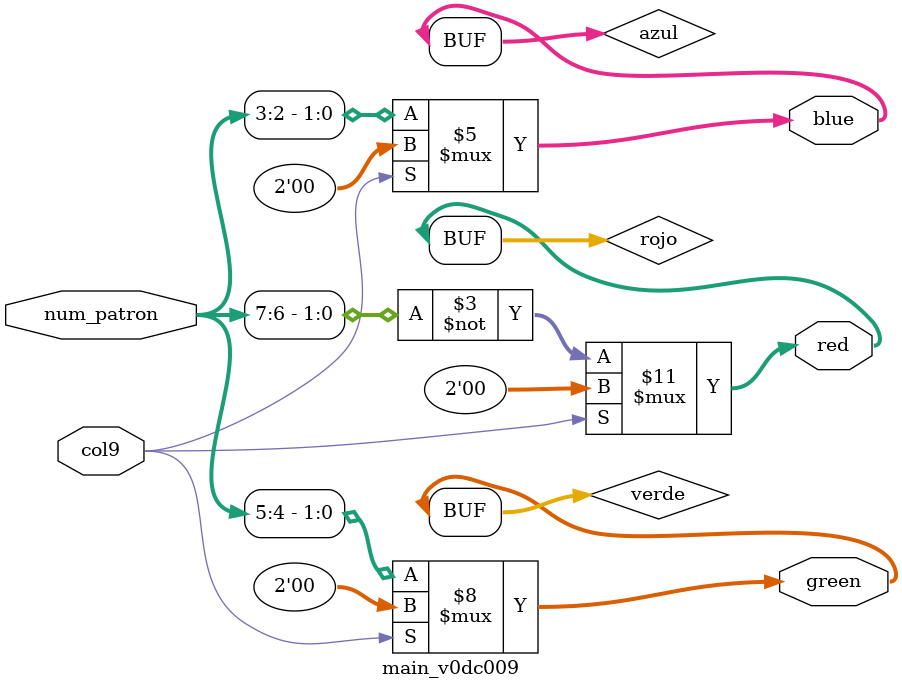
<source format=v>

`default_nettype none

module main (
 input va90334,
 input v2cb7a3,
 output v4e6402,
 output [1:0] v8514bc,
 output v712bbf,
 output [1:0] v2cf531,
 output [1:0] v62c682
);
 wire w0;
 wire w1;
 wire w2;
 wire w3;
 wire w4;
 wire [0:9] w5;
 wire [0:9] w6;
 wire w7;
 wire [0:1] w8;
 wire [0:1] w9;
 wire [0:1] w10;
 wire [0:9] w11;
 wire [0:7] w12;
 assign w1 = v2cb7a3;
 assign w2 = va90334;
 assign v4e6402 = w3;
 assign v712bbf = w4;
 assign v8514bc = w8;
 assign v2cf531 = w9;
 assign v62c682 = w10;
 vd8d107 v820333 (
  .vc82b22(w0),
  .va8051c(w1)
 );
 vec49d1 v2c74e1 (
  .v7aec70(w0),
  .v12e5c2(w2),
  .v7688c4(w3),
  .v7af556(w4),
  .v9459b8(w5),
  .vb50967(w6)
 );
 main_vdf3f26 vdf3f26 (
  .col(w5),
  .fila(w6),
  .col9(w7),
  .dir_ntable(w11)
 );
 main_v0dc009 v0dc009 (
  .col9(w7),
  .red(w8),
  .green(w9),
  .blue(w10),
  .num_patron(w12)
 );
 vac2f61 v9ca642 (
  .ve7cb90(w11),
  .v237199(w12)
 );
endmodule

/*-------------------------------------------------*/
/*--   */
/*-- - - - - - - - - - - - - - - - - - - - - - - --*/
/*-- 
/*-------------------------------------------------*/
//---- Top entity
module vd8d107 (
 input va8051c,
 output vc82b22
);
 wire w0;
 wire w1;
 assign w0 = va8051c;
 assign vc82b22 = w1;
 vd8d107_v3ead23 v3ead23 (
  .clk_brd(w0),
  .clk50mhz(w1)
 );
endmodule

/*-------------------------------------------------*/
/*-- pll12to50mhz  */
/*-- - - - - - - - - - - - - - - - - - - - - - - --*/
/*-- Generates a 50MHz clock from a 12MHz clock
/*-------------------------------------------------*/

module vd8d107_v3ead23 (
 input clk_brd,
 output clk50mhz
);
   // Generates a 50 MHz clock from a 12MHz clock
    SB_PLL40_CORE
             #(.FEEDBACK_PATH("SIMPLE"),
                 .PLLOUT_SELECT("GENCLK"),
                 .DIVR(4'd5),
                 .DIVF(6'd49),
                 .DIVQ(3'd1),
                 .FILTER_RANGE(3'b001)
             )
             uut
             (
                 .REFERENCECLK(clk_brd),
                 .PLLOUTCORE(clk50mhz),
                 .RESETB(1'b1),
                 .BYPASS(1'b0)
              );
endmodule
//---- Top entity
module vec49d1 (
 input v12e5c2,
 input v7aec70,
 output v27278a,
 output v7688c4,
 output v7af556,
 output [9:0] v9459b8,
 output [9:0] vb50967
);
 wire w0;
 wire w1;
 wire w2;
 wire w3;
 wire [0:9] w4;
 wire [0:9] w5;
 wire w6;
 assign w0 = v12e5c2;
 assign v27278a = w1;
 assign v7688c4 = w2;
 assign v7af556 = w3;
 assign v9459b8 = w4;
 assign vb50967 = w5;
 assign w6 = v7aec70;
 vec49d1_v9a5c44 v9a5c44 (
  .rst(w0),
  .visible(w1),
  .hsinc(w2),
  .vsinc(w3),
  .col(w4),
  .fila(w5),
  .clk50mhz(w6)
 );
endmodule

/*-------------------------------------------------*/
/*-- VGA SYNC  */
/*-- - - - - - - - - - - - - - - - - - - - - - - --*/
/*-- Generate synchronization signals for VGA 640x480 at clk 50MHz
/*-------------------------------------------------*/

module vec49d1_v9a5c44 (
 input rst,
 input clk50mhz,
 output visible,
 output hsinc,
 output vsinc,
 output [9:0] col,
 output [9:0] fila
);
 // @include vga_sync_50mhz.v
 
    vga_sync i_vga 
    (
      .rst     (rst),
      .clk     (clk50mhz),
      .visible (visible),
      //.new_pxl (new_pxl),
      .hsync   (hsinc),
      .vsync   (vsinc),
      .col     (col),
      .row     (fila)
   );
 
endmodule
//---- Top entity
module vac2f61 (
 input [9:0] ve7cb90,
 output [7:0] v237199
);
 wire [0:9] w0;
 wire [0:7] w1;
 assign w0 = ve7cb90;
 assign v237199 = w1;
 vac2f61_v5874e0 v5874e0 (
  .dir_ntable(w0),
  .num_patron(w1)
 );
endmodule

/*-------------------------------------------------*/
/*-- NameTable SMario  */
/*-- - - - - - - - - - - - - - - - - - - - - - - --*/
/*-- Name Table of a SuperMario screen
/*-------------------------------------------------*/

module vac2f61_v5874e0 (
 input [9:0] dir_ntable,
 output [7:0] num_patron
);
 // @include smario_traspas_nt_nt0.v
 
 ROM_NTABLE_SMARIO_TRASPAS NTABLE
 (
   .addr(dir_ntable),
   .dout(num_patron)
 );
endmodule

module main_vdf3f26 (
 input [9:0] col,
 input [9:0] fila,
 output [9:0] dir_ntable,
 output col9
);
 // Generate the address for the Name Table memory
 
 //assign cuad_col = col[8:4];
 //assign cuad_fila = fila[8:4];
 assign dir_ntable = {fila[8:4], col[8:4]};
 // useful to know when we are over column 511
 assign col9 = col[9];
endmodule

module main_v0dc009 (
 input [7:0] num_patron,
 input col9,
 output [1:0] red,
 output [1:0] green,
 output [1:0] blue
);
  reg [1:0] rojo, verde, azul;
  assign red = rojo;
  assign green = verde;
  assign blue = azul;
  
  always @(*)
   begin
     rojo   = 2'b00;
     verde  = 2'b00;
     azul   = 2'b00;
     //if (visible) begin
       if (col9 == 1'b0) begin  // less than 512
         rojo  = ~num_patron [7:6];
         //verde = ~num_patron [7:6];
         verde = num_patron [5:4]; //instead of num_patron [7:6], to have more colors
         //azul  = ~num_patron [7:6];
         azul  = num_patron [3:2]; //instead of num_patron [7:6], to have more colors
       end
     //end
   end
endmodule

</source>
